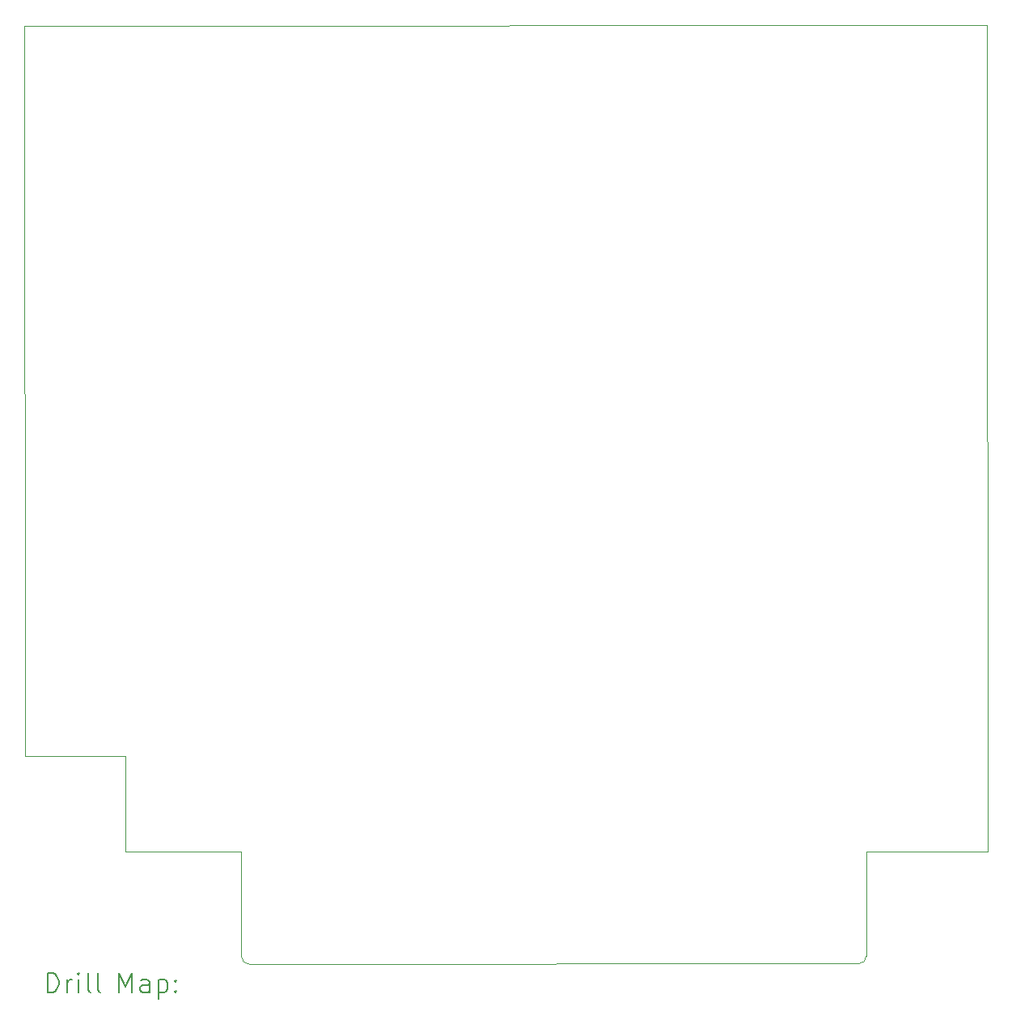
<source format=gbr>
%TF.GenerationSoftware,KiCad,Pcbnew,(7.0.0)*%
%TF.CreationDate,2023-04-19T13:17:44+09:00*%
%TF.ProjectId,project4,70726f6a-6563-4743-942e-6b696361645f,1.5*%
%TF.SameCoordinates,Original*%
%TF.FileFunction,Drillmap*%
%TF.FilePolarity,Positive*%
%FSLAX45Y45*%
G04 Gerber Fmt 4.5, Leading zero omitted, Abs format (unit mm)*
G04 Created by KiCad (PCBNEW (7.0.0)) date 2023-04-19 13:17:44*
%MOMM*%
%LPD*%
G01*
G04 APERTURE LIST*
%ADD10C,0.100000*%
%ADD11C,0.200000*%
G04 APERTURE END LIST*
D10*
X17712913Y-13898596D02*
X18981147Y-13898948D01*
X11171246Y-14993062D02*
X11171292Y-13899382D01*
X11171246Y-14993062D02*
G75*
G03*
X11251388Y-15073593I80534J2D01*
G01*
X9961708Y-13899382D02*
X9961499Y-12897827D01*
X17713249Y-14994369D02*
X17712913Y-13898596D01*
X18976403Y-5253997D02*
X18981147Y-13898948D01*
X11171292Y-13899382D02*
X9961708Y-13899382D01*
X8908537Y-12898388D02*
X8903406Y-5261772D01*
X11251388Y-15073593D02*
X17636396Y-15072395D01*
X17636396Y-15072400D02*
G75*
G03*
X17713249Y-14994369I-1186J78030D01*
G01*
X8903406Y-5261772D02*
X18976403Y-5253997D01*
X9961499Y-12897827D02*
X8908537Y-12898388D01*
D11*
X9146025Y-15372069D02*
X9146025Y-15172069D01*
X9146025Y-15172069D02*
X9193644Y-15172069D01*
X9193644Y-15172069D02*
X9222216Y-15181593D01*
X9222216Y-15181593D02*
X9241263Y-15200641D01*
X9241263Y-15200641D02*
X9250787Y-15219689D01*
X9250787Y-15219689D02*
X9260311Y-15257784D01*
X9260311Y-15257784D02*
X9260311Y-15286355D01*
X9260311Y-15286355D02*
X9250787Y-15324450D01*
X9250787Y-15324450D02*
X9241263Y-15343498D01*
X9241263Y-15343498D02*
X9222216Y-15362546D01*
X9222216Y-15362546D02*
X9193644Y-15372069D01*
X9193644Y-15372069D02*
X9146025Y-15372069D01*
X9346025Y-15372069D02*
X9346025Y-15238736D01*
X9346025Y-15276831D02*
X9355549Y-15257784D01*
X9355549Y-15257784D02*
X9365073Y-15248260D01*
X9365073Y-15248260D02*
X9384121Y-15238736D01*
X9384121Y-15238736D02*
X9403168Y-15238736D01*
X9469835Y-15372069D02*
X9469835Y-15238736D01*
X9469835Y-15172069D02*
X9460311Y-15181593D01*
X9460311Y-15181593D02*
X9469835Y-15191117D01*
X9469835Y-15191117D02*
X9479359Y-15181593D01*
X9479359Y-15181593D02*
X9469835Y-15172069D01*
X9469835Y-15172069D02*
X9469835Y-15191117D01*
X9593644Y-15372069D02*
X9574597Y-15362546D01*
X9574597Y-15362546D02*
X9565073Y-15343498D01*
X9565073Y-15343498D02*
X9565073Y-15172069D01*
X9698406Y-15372069D02*
X9679359Y-15362546D01*
X9679359Y-15362546D02*
X9669835Y-15343498D01*
X9669835Y-15343498D02*
X9669835Y-15172069D01*
X9894597Y-15372069D02*
X9894597Y-15172069D01*
X9894597Y-15172069D02*
X9961263Y-15314927D01*
X9961263Y-15314927D02*
X10027930Y-15172069D01*
X10027930Y-15172069D02*
X10027930Y-15372069D01*
X10208882Y-15372069D02*
X10208882Y-15267308D01*
X10208882Y-15267308D02*
X10199359Y-15248260D01*
X10199359Y-15248260D02*
X10180311Y-15238736D01*
X10180311Y-15238736D02*
X10142216Y-15238736D01*
X10142216Y-15238736D02*
X10123168Y-15248260D01*
X10208882Y-15362546D02*
X10189835Y-15372069D01*
X10189835Y-15372069D02*
X10142216Y-15372069D01*
X10142216Y-15372069D02*
X10123168Y-15362546D01*
X10123168Y-15362546D02*
X10113644Y-15343498D01*
X10113644Y-15343498D02*
X10113644Y-15324450D01*
X10113644Y-15324450D02*
X10123168Y-15305403D01*
X10123168Y-15305403D02*
X10142216Y-15295879D01*
X10142216Y-15295879D02*
X10189835Y-15295879D01*
X10189835Y-15295879D02*
X10208882Y-15286355D01*
X10304121Y-15238736D02*
X10304121Y-15438736D01*
X10304121Y-15248260D02*
X10323168Y-15238736D01*
X10323168Y-15238736D02*
X10361263Y-15238736D01*
X10361263Y-15238736D02*
X10380311Y-15248260D01*
X10380311Y-15248260D02*
X10389835Y-15257784D01*
X10389835Y-15257784D02*
X10399359Y-15276831D01*
X10399359Y-15276831D02*
X10399359Y-15333974D01*
X10399359Y-15333974D02*
X10389835Y-15353022D01*
X10389835Y-15353022D02*
X10380311Y-15362546D01*
X10380311Y-15362546D02*
X10361263Y-15372069D01*
X10361263Y-15372069D02*
X10323168Y-15372069D01*
X10323168Y-15372069D02*
X10304121Y-15362546D01*
X10485073Y-15353022D02*
X10494597Y-15362546D01*
X10494597Y-15362546D02*
X10485073Y-15372069D01*
X10485073Y-15372069D02*
X10475549Y-15362546D01*
X10475549Y-15362546D02*
X10485073Y-15353022D01*
X10485073Y-15353022D02*
X10485073Y-15372069D01*
X10485073Y-15248260D02*
X10494597Y-15257784D01*
X10494597Y-15257784D02*
X10485073Y-15267308D01*
X10485073Y-15267308D02*
X10475549Y-15257784D01*
X10475549Y-15257784D02*
X10485073Y-15248260D01*
X10485073Y-15248260D02*
X10485073Y-15267308D01*
M02*

</source>
